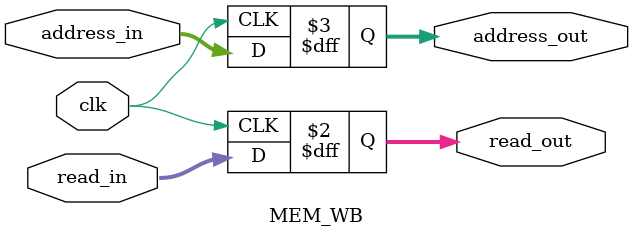
<source format=v>
`timescale 1ns / 1ps


module MEM_WB(clk, read_in, read_out, address_in, address_out);

input clk;
input [31:0] read_in;
input [31:0] address_in;

output reg [31:0] read_out;
output reg [31:0] address_out;


always@(posedge clk)
begin
    read_out = read_in;
    address_out = address_in;
end

endmodule
</source>
